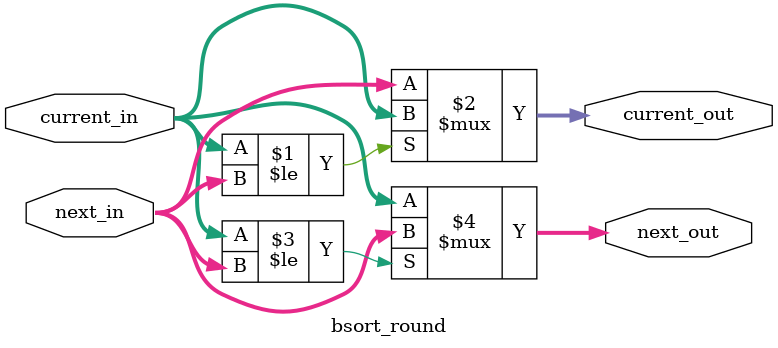
<source format=v>
module bsort_round (
input wire [7:0] current_in,
input wire [7:0] next_in,
output wire [7:0] current_out,
output wire [7:0] next_out
);
assign current_out = (current_in <= next_in) ? current_in : next_in;
assign next_out    = (current_in <= next_in) ? next_in : current_in;
endmodule

</source>
